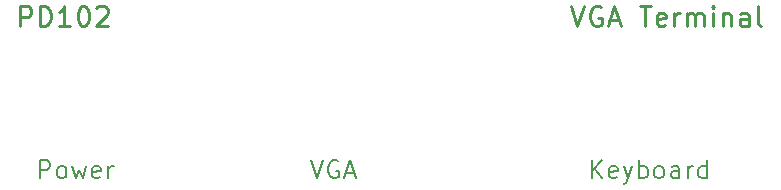
<source format=gbr>
%TF.GenerationSoftware,KiCad,Pcbnew,(5.1.6)-1*%
%TF.CreationDate,2020-11-22T20:04:26-08:00*%
%TF.ProjectId,vgavt1593-front,76676176-7431-4353-9933-2d66726f6e74,rev?*%
%TF.SameCoordinates,Original*%
%TF.FileFunction,Legend,Top*%
%TF.FilePolarity,Positive*%
%FSLAX46Y46*%
G04 Gerber Fmt 4.6, Leading zero omitted, Abs format (unit mm)*
G04 Created by KiCad (PCBNEW (5.1.6)-1) date 2020-11-22 20:04:26*
%MOMM*%
%LPD*%
G01*
G04 APERTURE LIST*
%ADD10C,0.254000*%
%ADD11C,0.203200*%
G04 APERTURE END LIST*
D10*
X73685400Y-28037971D02*
X74244200Y-29714371D01*
X74803000Y-28037971D01*
X76239914Y-28117800D02*
X76080257Y-28037971D01*
X75840771Y-28037971D01*
X75601285Y-28117800D01*
X75441628Y-28277457D01*
X75361800Y-28437114D01*
X75281971Y-28756428D01*
X75281971Y-28995914D01*
X75361800Y-29315228D01*
X75441628Y-29474885D01*
X75601285Y-29634542D01*
X75840771Y-29714371D01*
X76000428Y-29714371D01*
X76239914Y-29634542D01*
X76319742Y-29554714D01*
X76319742Y-28995914D01*
X76000428Y-28995914D01*
X76958371Y-29235400D02*
X77756657Y-29235400D01*
X76798714Y-29714371D02*
X77357514Y-28037971D01*
X77916314Y-29714371D01*
X79512885Y-28037971D02*
X80470828Y-28037971D01*
X79991857Y-29714371D02*
X79991857Y-28037971D01*
X81668257Y-29634542D02*
X81508600Y-29714371D01*
X81189285Y-29714371D01*
X81029628Y-29634542D01*
X80949800Y-29474885D01*
X80949800Y-28836257D01*
X81029628Y-28676600D01*
X81189285Y-28596771D01*
X81508600Y-28596771D01*
X81668257Y-28676600D01*
X81748085Y-28836257D01*
X81748085Y-28995914D01*
X80949800Y-29155571D01*
X82466542Y-29714371D02*
X82466542Y-28596771D01*
X82466542Y-28916085D02*
X82546371Y-28756428D01*
X82626200Y-28676600D01*
X82785857Y-28596771D01*
X82945514Y-28596771D01*
X83504314Y-29714371D02*
X83504314Y-28596771D01*
X83504314Y-28756428D02*
X83584142Y-28676600D01*
X83743800Y-28596771D01*
X83983285Y-28596771D01*
X84142942Y-28676600D01*
X84222771Y-28836257D01*
X84222771Y-29714371D01*
X84222771Y-28836257D02*
X84302600Y-28676600D01*
X84462257Y-28596771D01*
X84701742Y-28596771D01*
X84861400Y-28676600D01*
X84941228Y-28836257D01*
X84941228Y-29714371D01*
X85739514Y-29714371D02*
X85739514Y-28596771D01*
X85739514Y-28037971D02*
X85659685Y-28117800D01*
X85739514Y-28197628D01*
X85819342Y-28117800D01*
X85739514Y-28037971D01*
X85739514Y-28197628D01*
X86537800Y-28596771D02*
X86537800Y-29714371D01*
X86537800Y-28756428D02*
X86617628Y-28676600D01*
X86777285Y-28596771D01*
X87016771Y-28596771D01*
X87176428Y-28676600D01*
X87256257Y-28836257D01*
X87256257Y-29714371D01*
X88773000Y-29714371D02*
X88773000Y-28836257D01*
X88693171Y-28676600D01*
X88533514Y-28596771D01*
X88214200Y-28596771D01*
X88054542Y-28676600D01*
X88773000Y-29634542D02*
X88613342Y-29714371D01*
X88214200Y-29714371D01*
X88054542Y-29634542D01*
X87974714Y-29474885D01*
X87974714Y-29315228D01*
X88054542Y-29155571D01*
X88214200Y-29075742D01*
X88613342Y-29075742D01*
X88773000Y-28995914D01*
X89810771Y-29714371D02*
X89651114Y-29634542D01*
X89571285Y-29474885D01*
X89571285Y-28037971D01*
X27061885Y-29714371D02*
X27061885Y-28037971D01*
X27700514Y-28037971D01*
X27860171Y-28117800D01*
X27940000Y-28197628D01*
X28019828Y-28357285D01*
X28019828Y-28596771D01*
X27940000Y-28756428D01*
X27860171Y-28836257D01*
X27700514Y-28916085D01*
X27061885Y-28916085D01*
X28738285Y-29714371D02*
X28738285Y-28037971D01*
X29137428Y-28037971D01*
X29376914Y-28117800D01*
X29536571Y-28277457D01*
X29616400Y-28437114D01*
X29696228Y-28756428D01*
X29696228Y-28995914D01*
X29616400Y-29315228D01*
X29536571Y-29474885D01*
X29376914Y-29634542D01*
X29137428Y-29714371D01*
X28738285Y-29714371D01*
X31292800Y-29714371D02*
X30334857Y-29714371D01*
X30813828Y-29714371D02*
X30813828Y-28037971D01*
X30654171Y-28277457D01*
X30494514Y-28437114D01*
X30334857Y-28516942D01*
X32330571Y-28037971D02*
X32490228Y-28037971D01*
X32649885Y-28117800D01*
X32729714Y-28197628D01*
X32809542Y-28357285D01*
X32889371Y-28676600D01*
X32889371Y-29075742D01*
X32809542Y-29395057D01*
X32729714Y-29554714D01*
X32649885Y-29634542D01*
X32490228Y-29714371D01*
X32330571Y-29714371D01*
X32170914Y-29634542D01*
X32091085Y-29554714D01*
X32011257Y-29395057D01*
X31931428Y-29075742D01*
X31931428Y-28676600D01*
X32011257Y-28357285D01*
X32091085Y-28197628D01*
X32170914Y-28117800D01*
X32330571Y-28037971D01*
X33528000Y-28197628D02*
X33607828Y-28117800D01*
X33767485Y-28037971D01*
X34166628Y-28037971D01*
X34326285Y-28117800D01*
X34406114Y-28197628D01*
X34485942Y-28357285D01*
X34485942Y-28516942D01*
X34406114Y-28756428D01*
X33448171Y-29714371D01*
X34485942Y-29714371D01*
D11*
X51670857Y-41075428D02*
X52178857Y-42599428D01*
X52686857Y-41075428D01*
X53993142Y-41148000D02*
X53848000Y-41075428D01*
X53630285Y-41075428D01*
X53412571Y-41148000D01*
X53267428Y-41293142D01*
X53194857Y-41438285D01*
X53122285Y-41728571D01*
X53122285Y-41946285D01*
X53194857Y-42236571D01*
X53267428Y-42381714D01*
X53412571Y-42526857D01*
X53630285Y-42599428D01*
X53775428Y-42599428D01*
X53993142Y-42526857D01*
X54065714Y-42454285D01*
X54065714Y-41946285D01*
X53775428Y-41946285D01*
X54646285Y-42164000D02*
X55372000Y-42164000D01*
X54501142Y-42599428D02*
X55009142Y-41075428D01*
X55517142Y-42599428D01*
X75465214Y-42599428D02*
X75465214Y-41075428D01*
X76336071Y-42599428D02*
X75682928Y-41728571D01*
X76336071Y-41075428D02*
X75465214Y-41946285D01*
X77569785Y-42526857D02*
X77424642Y-42599428D01*
X77134357Y-42599428D01*
X76989214Y-42526857D01*
X76916642Y-42381714D01*
X76916642Y-41801142D01*
X76989214Y-41656000D01*
X77134357Y-41583428D01*
X77424642Y-41583428D01*
X77569785Y-41656000D01*
X77642357Y-41801142D01*
X77642357Y-41946285D01*
X76916642Y-42091428D01*
X78150357Y-41583428D02*
X78513214Y-42599428D01*
X78876071Y-41583428D02*
X78513214Y-42599428D01*
X78368071Y-42962285D01*
X78295500Y-43034857D01*
X78150357Y-43107428D01*
X79456642Y-42599428D02*
X79456642Y-41075428D01*
X79456642Y-41656000D02*
X79601785Y-41583428D01*
X79892071Y-41583428D01*
X80037214Y-41656000D01*
X80109785Y-41728571D01*
X80182357Y-41873714D01*
X80182357Y-42309142D01*
X80109785Y-42454285D01*
X80037214Y-42526857D01*
X79892071Y-42599428D01*
X79601785Y-42599428D01*
X79456642Y-42526857D01*
X81053214Y-42599428D02*
X80908071Y-42526857D01*
X80835500Y-42454285D01*
X80762928Y-42309142D01*
X80762928Y-41873714D01*
X80835500Y-41728571D01*
X80908071Y-41656000D01*
X81053214Y-41583428D01*
X81270928Y-41583428D01*
X81416071Y-41656000D01*
X81488642Y-41728571D01*
X81561214Y-41873714D01*
X81561214Y-42309142D01*
X81488642Y-42454285D01*
X81416071Y-42526857D01*
X81270928Y-42599428D01*
X81053214Y-42599428D01*
X82867500Y-42599428D02*
X82867500Y-41801142D01*
X82794928Y-41656000D01*
X82649785Y-41583428D01*
X82359500Y-41583428D01*
X82214357Y-41656000D01*
X82867500Y-42526857D02*
X82722357Y-42599428D01*
X82359500Y-42599428D01*
X82214357Y-42526857D01*
X82141785Y-42381714D01*
X82141785Y-42236571D01*
X82214357Y-42091428D01*
X82359500Y-42018857D01*
X82722357Y-42018857D01*
X82867500Y-41946285D01*
X83593214Y-42599428D02*
X83593214Y-41583428D01*
X83593214Y-41873714D02*
X83665785Y-41728571D01*
X83738357Y-41656000D01*
X83883500Y-41583428D01*
X84028642Y-41583428D01*
X85189785Y-42599428D02*
X85189785Y-41075428D01*
X85189785Y-42526857D02*
X85044642Y-42599428D01*
X84754357Y-42599428D01*
X84609214Y-42526857D01*
X84536642Y-42454285D01*
X84464071Y-42309142D01*
X84464071Y-41873714D01*
X84536642Y-41728571D01*
X84609214Y-41656000D01*
X84754357Y-41583428D01*
X85044642Y-41583428D01*
X85189785Y-41656000D01*
X28738285Y-42599428D02*
X28738285Y-41075428D01*
X29318857Y-41075428D01*
X29464000Y-41148000D01*
X29536571Y-41220571D01*
X29609142Y-41365714D01*
X29609142Y-41583428D01*
X29536571Y-41728571D01*
X29464000Y-41801142D01*
X29318857Y-41873714D01*
X28738285Y-41873714D01*
X30480000Y-42599428D02*
X30334857Y-42526857D01*
X30262285Y-42454285D01*
X30189714Y-42309142D01*
X30189714Y-41873714D01*
X30262285Y-41728571D01*
X30334857Y-41656000D01*
X30480000Y-41583428D01*
X30697714Y-41583428D01*
X30842857Y-41656000D01*
X30915428Y-41728571D01*
X30988000Y-41873714D01*
X30988000Y-42309142D01*
X30915428Y-42454285D01*
X30842857Y-42526857D01*
X30697714Y-42599428D01*
X30480000Y-42599428D01*
X31496000Y-41583428D02*
X31786285Y-42599428D01*
X32076571Y-41873714D01*
X32366857Y-42599428D01*
X32657142Y-41583428D01*
X33818285Y-42526857D02*
X33673142Y-42599428D01*
X33382857Y-42599428D01*
X33237714Y-42526857D01*
X33165142Y-42381714D01*
X33165142Y-41801142D01*
X33237714Y-41656000D01*
X33382857Y-41583428D01*
X33673142Y-41583428D01*
X33818285Y-41656000D01*
X33890857Y-41801142D01*
X33890857Y-41946285D01*
X33165142Y-42091428D01*
X34544000Y-42599428D02*
X34544000Y-41583428D01*
X34544000Y-41873714D02*
X34616571Y-41728571D01*
X34689142Y-41656000D01*
X34834285Y-41583428D01*
X34979428Y-41583428D01*
M02*

</source>
